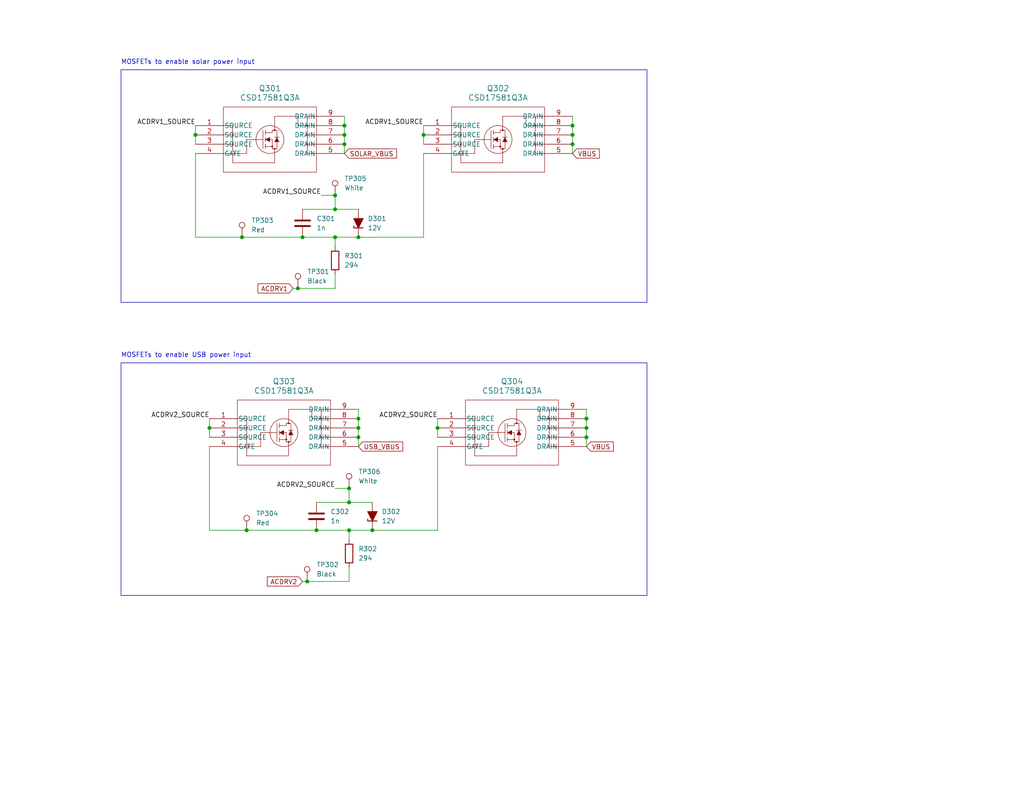
<source format=kicad_sch>
(kicad_sch (version 20230121) (generator eeschema)
  (paper "USLetter")
  (lib_symbols
    (symbol "Connector:TestPoint" (pin_numbers hide) (pin_names (offset 0.762) hide)
      (property "Reference" "TP" (at 0 6.858 0))
      (property "Value" "TestPoint" (at 0 5.08 0))
      (symbol "TestPoint_0_1"
        (circle (center 0 3.302) (radius 0.762))
      )
      (symbol "TestPoint_1_1"
        (pin passive line (at 0 0 90) (length 2.54) (name "1") (number "1"))
      )
    )
    (symbol "Device:C" (pin_numbers hide) (pin_names (offset 0.254))
      (property "Reference" "C" (at 0.635 2.54 0))
      (property "Value" "C" (at 0.635 -2.54 0))
      (symbol "C_0_1"
        (polyline (pts (xy -2.032 -0.762) (xy 2.032 -0.762)) (stroke (width 0.508)))
        (polyline (pts (xy -2.032 0.762) (xy 2.032 0.762)) (stroke (width 0.508)))
      )
      (symbol "C_1_1"
        (pin passive line (at 0 3.81 270) (length 2.794) (name "~") (number "1"))
        (pin passive line (at 0 -3.81 90) (length 2.794) (name "~") (number "2"))
      )
    )
    (symbol "Device:D_Zener_Filled" (pin_numbers hide) (pin_names (offset 1.016) hide)
      (property "Reference" "D" (at 0 2.54 0))
      (property "Value" "D_Zener_Filled" (at 0 -2.54 0))
      (symbol "D_Zener_Filled_0_1"
        (polyline (pts (xy 1.27 0) (xy -1.27 0)))
        (polyline (pts (xy -1.27 -1.27) (xy -1.27 1.27) (xy -0.762 1.27)) (stroke (width 0.254)))
        (polyline (pts (xy 1.27 -1.27) (xy 1.27 1.27) (xy -1.27 0) (xy 1.27 -1.27)) (stroke (width 0.254)) (fill (type outline)))
      )
      (symbol "D_Zener_Filled_1_1"
        (pin passive line (at -3.81 0 0) (length 2.54) (name "K") (number "1"))
        (pin passive line (at 3.81 0 180) (length 2.54) (name "A") (number "2"))
      )
    )
    (symbol "Device:R" (pin_numbers hide) (pin_names (offset 0))
      (property "Reference" "R" (at 2.032 0 90))
      (property "Value" "R" (at 0 0 90))
      (symbol "R_0_1"
        (rectangle (start -1.016 -2.54) (end 1.016 2.54) (stroke (width 0.254)))
      )
      (symbol "R_1_1"
        (pin passive line (at 0 3.81 270) (length 1.27) (name "~") (number "1"))
        (pin passive line (at 0 -3.81 90) (length 1.27) (name "~") (number "2"))
      )
    )
    (symbol "TI CSD17581Q3A:CSD17581Q3A" (pin_names (offset 0.254))
      (property "Reference" "Q" (at 20.32 10.16 0))
      (property "Value" "CSD17581Q3A" (at 20.32 7.62 0))
      (symbol "CSD17581Q3A_0_1"
        (polyline (pts (xy 7.62 -12.7) (xy 33.02 -12.7)) (stroke (width 0.127)))
        (polyline (pts (xy 7.62 -7.62) (xy 13.97 -7.62)) (stroke (width 0.127)))
        (polyline (pts (xy 7.62 -5.08) (xy 10.16 -5.08)) (stroke (width 0.127)))
        (polyline (pts (xy 7.62 -2.54) (xy 10.16 -2.54)) (stroke (width 0.127)))
        (polyline (pts (xy 7.62 0) (xy 10.16 0)) (stroke (width 0.127)))
        (polyline (pts (xy 7.62 5.08) (xy 7.62 -12.7)) (stroke (width 0.127)))
        (polyline (pts (xy 10.16 -10.16) (xy 21.59 -10.16)) (stroke (width 0.127)))
        (polyline (pts (xy 10.16 -8.128) (xy 10.16 -10.16)) (stroke (width 0.127)))
        (polyline (pts (xy 10.16 0) (xy 10.16 -7.112)) (stroke (width 0.127)))
        (polyline (pts (xy 13.97 -7.62) (xy 13.97 -3.81)) (stroke (width 0.127)))
        (polyline (pts (xy 13.97 -3.81) (xy 18.415 -3.81)) (stroke (width 0.127)))
        (polyline (pts (xy 18.415 -6.35) (xy 18.415 -1.27)) (stroke (width 0.127)))
        (polyline (pts (xy 19.05 -6.35) (xy 19.05 -5.08)) (stroke (width 0.127)))
        (polyline (pts (xy 19.05 -5.715) (xy 20.955 -5.715)) (stroke (width 0.127)))
        (polyline (pts (xy 19.05 -4.445) (xy 19.05 -3.175)) (stroke (width 0.127)))
        (polyline (pts (xy 19.05 -2.54) (xy 19.05 -1.27)) (stroke (width 0.127)))
        (polyline (pts (xy 19.05 -1.905) (xy 20.955 -1.905)) (stroke (width 0.127)))
        (polyline (pts (xy 20.32 -3.81) (xy 20.955 -3.81)) (stroke (width 0.127)))
        (polyline (pts (xy 20.955 -6.35) (xy 20.955 -3.81)) (stroke (width 0.127)))
        (polyline (pts (xy 20.955 -6.35) (xy 22.225 -6.35)) (stroke (width 0.127)))
        (polyline (pts (xy 20.955 -1.905) (xy 20.955 -1.27)) (stroke (width 0.127)))
        (polyline (pts (xy 20.955 -1.27) (xy 22.225 -1.27)) (stroke (width 0.127)))
        (polyline (pts (xy 21.59 -10.16) (xy 21.59 -6.35)) (stroke (width 0.127)))
        (polyline (pts (xy 21.59 2.54) (xy 21.59 -1.27)) (stroke (width 0.127)))
        (polyline (pts (xy 22.225 -6.35) (xy 22.225 -4.445)) (stroke (width 0.127)))
        (polyline (pts (xy 22.225 -3.175) (xy 22.225 -1.27)) (stroke (width 0.127)))
        (polyline (pts (xy 22.86 -3.175) (xy 21.59 -3.175)) (stroke (width 0.127)))
        (polyline (pts (xy 27.94 0) (xy 27.94 2.54)) (stroke (width 0.127)))
        (polyline (pts (xy 27.94 2.54) (xy 21.59 2.54)) (stroke (width 0.127)))
        (polyline (pts (xy 30.48 -7.62) (xy 30.48 0)) (stroke (width 0.127)))
        (polyline (pts (xy 30.48 0) (xy 30.48 2.54)) (stroke (width 0.127)))
        (polyline (pts (xy 30.48 2.54) (xy 33.02 2.54)) (stroke (width 0.127)))
        (polyline (pts (xy 33.02 -12.7) (xy 33.02 5.08)) (stroke (width 0.127)))
        (polyline (pts (xy 33.02 -7.62) (xy 30.48 -7.62)) (stroke (width 0.127)))
        (polyline (pts (xy 33.02 -5.08) (xy 30.48 -5.08)) (stroke (width 0.127)))
        (polyline (pts (xy 33.02 -2.54) (xy 30.48 -2.54)) (stroke (width 0.127)))
        (polyline (pts (xy 33.02 0) (xy 27.94 0)) (stroke (width 0.127)))
        (polyline (pts (xy 33.02 5.08) (xy 7.62 5.08)) (stroke (width 0.127)))
        (polyline (pts (xy 20.32 -3.175) (xy 19.05 -3.81) (xy 20.32 -4.445)) (stroke (width 0.0254)) (fill (type outline)))
        (polyline (pts (xy 22.86 -4.445) (xy 21.59 -4.445) (xy 22.225 -3.175)) (stroke (width 0.0254)) (fill (type outline)))
        (arc (start 10.16 -8.128) (mid 10.6658 -7.62) (end 10.16 -7.112) (stroke (width 0.127)))
        (circle (center 10.16 -5.08) (radius 0.127) (stroke (width 0.254)))
        (circle (center 10.16 -2.54) (radius 0.127) (stroke (width 0.254)))
        (circle (center 20.32 -3.81) (radius 3.81) (stroke (width 0.127)))
        (circle (center 20.955 -5.715) (radius 0.127) (stroke (width 0.254)))
        (circle (center 21.59 -6.35) (radius 0.127) (stroke (width 0.254)))
        (circle (center 21.59 -1.27) (radius 0.127) (stroke (width 0.254)))
        (circle (center 30.48 -5.08) (radius 0.127) (stroke (width 0.254)))
        (circle (center 30.48 -2.54) (radius 0.127) (stroke (width 0.254)))
        (circle (center 30.48 0) (radius 0.127) (stroke (width 0.254)))
      )
      (symbol "CSD17581Q3A_1_1"
        (pin passive line (at 0 0 0) (length 7.62) (name "SOURCE") (number "1"))
        (pin passive line (at 0 -2.54 0) (length 7.62) (name "SOURCE") (number "2"))
        (pin passive line (at 0 -5.08 0) (length 7.62) (name "SOURCE") (number "3"))
        (pin passive line (at 0 -7.62 0) (length 7.62) (name "GATE") (number "4"))
        (pin passive line (at 40.64 -7.62 180) (length 7.62) (name "DRAIN") (number "5"))
        (pin passive line (at 40.64 -5.08 180) (length 7.62) (name "DRAIN") (number "6"))
        (pin passive line (at 40.64 -2.54 180) (length 7.62) (name "DRAIN") (number "7"))
        (pin passive line (at 40.64 0 180) (length 7.62) (name "DRAIN") (number "8"))
        (pin passive line (at 40.64 2.54 180) (length 7.62) (name "DRAIN") (number "9"))
      )
    )
  )
  (junction (at 95.25 137.16))
  (junction (at 97.79 119.38))
  (junction (at 119.38 116.84))
  (junction (at 101.6 144.78))
  (junction (at 82.55 64.77))
  (junction (at 156.21 34.29))
  (junction (at 91.44 53.34))
  (junction (at 97.79 64.77))
  (junction (at 66.04 64.77))
  (junction (at 91.44 64.77))
  (junction (at 160.02 116.84))
  (junction (at 81.28 78.74))
  (junction (at 156.21 39.37))
  (junction (at 160.02 119.38))
  (junction (at 86.36 144.78))
  (junction (at 97.79 114.3))
  (junction (at 83.82 158.75))
  (junction (at 93.98 36.83))
  (junction (at 115.57 36.83))
  (junction (at 95.25 133.35))
  (junction (at 95.25 144.78))
  (junction (at 156.21 36.83))
  (junction (at 57.15 116.84))
  (junction (at 91.44 57.15))
  (junction (at 160.02 114.3))
  (junction (at 93.98 39.37))
  (junction (at 97.79 116.84))
  (junction (at 53.34 36.83))
  (junction (at 93.98 34.29))
  (junction (at 67.31 144.78))
  (wire (pts (xy 87.63 53.34) (xy 91.44 53.34)))
  (wire (pts (xy 93.98 39.37) (xy 93.98 41.91)))
  (wire (pts (xy 160.02 119.38) (xy 160.02 121.92)))
  (wire (pts (xy 93.98 34.29) (xy 93.98 36.83)))
  (wire (pts (xy 95.25 144.78) (xy 101.6 144.78)))
  (wire (pts (xy 156.21 36.83) (xy 156.21 39.37)))
  (wire (pts (xy 82.55 64.77) (xy 91.44 64.77)))
  (wire (pts (xy 97.79 119.38) (xy 97.79 121.92)))
  (wire (pts (xy 57.15 116.84) (xy 57.15 119.38)))
  (wire (pts (xy 95.25 133.35) (xy 95.25 137.16)))
  (wire (pts (xy 91.44 64.77) (xy 91.44 67.31)))
  (wire (pts (xy 115.57 64.77) (xy 115.57 41.91)))
  (wire (pts (xy 66.04 64.77) (xy 82.55 64.77)))
  (wire (pts (xy 83.82 158.75) (xy 95.25 158.75)))
  (wire (pts (xy 160.02 116.84) (xy 160.02 119.38)))
  (wire (pts (xy 57.15 144.78) (xy 67.31 144.78)))
  (wire (pts (xy 160.02 111.76) (xy 160.02 114.3)))
  (wire (pts (xy 53.34 36.83) (xy 53.34 39.37)))
  (wire (pts (xy 160.02 114.3) (xy 160.02 116.84)))
  (wire (pts (xy 93.98 31.75) (xy 93.98 34.29)))
  (wire (pts (xy 91.44 57.15) (xy 97.79 57.15)))
  (wire (pts (xy 57.15 114.3) (xy 57.15 116.84)))
  (wire (pts (xy 156.21 39.37) (xy 156.21 41.91)))
  (wire (pts (xy 101.6 144.78) (xy 119.38 144.78)))
  (wire (pts (xy 119.38 116.84) (xy 119.38 119.38)))
  (wire (pts (xy 97.79 116.84) (xy 97.79 119.38)))
  (wire (pts (xy 95.25 158.75) (xy 95.25 154.94)))
  (wire (pts (xy 95.25 137.16) (xy 101.6 137.16)))
  (wire (pts (xy 67.31 144.78) (xy 86.36 144.78)))
  (wire (pts (xy 53.34 34.29) (xy 53.34 36.83)))
  (wire (pts (xy 97.79 114.3) (xy 97.79 116.84)))
  (wire (pts (xy 156.21 31.75) (xy 156.21 34.29)))
  (wire (pts (xy 53.34 64.77) (xy 66.04 64.77)))
  (wire (pts (xy 119.38 144.78) (xy 119.38 121.92)))
  (wire (pts (xy 86.36 144.78) (xy 95.25 144.78)))
  (wire (pts (xy 115.57 34.29) (xy 115.57 36.83)))
  (wire (pts (xy 91.44 78.74) (xy 91.44 74.93)))
  (wire (pts (xy 93.98 36.83) (xy 93.98 39.37)))
  (wire (pts (xy 97.79 64.77) (xy 115.57 64.77)))
  (wire (pts (xy 91.44 64.77) (xy 97.79 64.77)))
  (wire (pts (xy 82.55 57.15) (xy 91.44 57.15)))
  (wire (pts (xy 91.44 53.34) (xy 91.44 57.15)))
  (wire (pts (xy 57.15 121.92) (xy 57.15 144.78)))
  (wire (pts (xy 95.25 144.78) (xy 95.25 147.32)))
  (wire (pts (xy 81.28 78.74) (xy 91.44 78.74)))
  (wire (pts (xy 156.21 34.29) (xy 156.21 36.83)))
  (wire (pts (xy 97.79 111.76) (xy 97.79 114.3)))
  (wire (pts (xy 80.01 78.74) (xy 81.28 78.74)))
  (wire (pts (xy 91.44 133.35) (xy 95.25 133.35)))
  (wire (pts (xy 86.36 137.16) (xy 95.25 137.16)))
  (wire (pts (xy 119.38 114.3) (xy 119.38 116.84)))
  (wire (pts (xy 53.34 41.91) (xy 53.34 64.77)))
  (wire (pts (xy 82.55 158.75) (xy 83.82 158.75)))
  (wire (pts (xy 115.57 36.83) (xy 115.57 39.37)))
  (rectangle (start 33.02 99.06) (end 176.53 162.56))
  (rectangle (start 33.02 19.05) (end 176.53 82.55))
  (text "MOSFETs to enable USB power input" (at 33.02 97.79 0) (effects (font (size 1.27 1.27)) (justify left bottom)))
  (text "MOSFETs to enable solar power input" (at 33.02 17.78 0) (effects (font (size 1.27 1.27)) (justify left bottom)))
  (label "ACDRV1_SOURCE" (at 115.57 34.29 180))
  (label "ACDRV2_SOURCE" (at 57.15 114.3 180))
  (label "ACDRV1_SOURCE" (at 53.34 34.29 180))
  (label "ACDRV2_SOURCE" (at 119.38 114.3 180))
  (label "ACDRV2_SOURCE" (at 91.44 133.35 180))
  (label "ACDRV1_SOURCE" (at 87.63 53.34 180))
  (global_label "ACDRV1" (shape input) (at 80.01 78.74 180) (property "Intersheetrefs" "${INTERSHEET_REFS}" (effects hide)))
  (global_label "VBUS" (shape input) (at 160.02 121.92 0) (property "Intersheetrefs" "${INTERSHEET_REFS}" (effects hide)))
  (global_label "USB_VBUS" (shape input) (at 97.79 121.92 0) (property "Intersheetrefs" "${INTERSHEET_REFS}" (effects hide)))
  (global_label "VBUS" (shape input) (at 156.21 41.91 0) (property "Intersheetrefs" "${INTERSHEET_REFS}" (effects hide)))
  (global_label "ACDRV2" (shape input) (at 82.55 158.75 180) (property "Intersheetrefs" "${INTERSHEET_REFS}" (effects hide)))
  (global_label "SOLAR_VBUS" (shape input) (at 93.98 41.91 0) (property "Intersheetrefs" "${INTERSHEET_REFS}" (effects hide)))
  (symbol (lib_id "Device:D_Zener_Filled") (at 97.79 60.96 90) (unit 1)
    (property "Reference" "D301" (at 100.33 59.69 90) (effects (justify right)))
    (property "Value" "12V" (at 100.33 62.23 90) (effects (justify right)))
    (property "Footprint" "Diode_SMD:D_SOD-523" (effects hide))
    (property "Manufacturer Part Number" "BZT52C12T-7" (effects hide))
    (property "Manufacturer" "Diodes Incorporated" (effects hide))
    (property "MPN" "C507911" (effects hide))
    (property "Active" "Y" (effects hide))
  )
  (symbol (lib_id "Connector:TestPoint") (at 95.25 133.35 0) (unit 1)
    (property "Reference" "TP306" (at 97.79 128.778 0) (effects (justify left)))
    (property "Value" "White" (at 97.79 131.318 0) (effects (justify left)))
    (property "Footprint" "TestPoint:TestPoint_Keystone_5000-5004_Miniature" (effects hide))
    (property "MPN" "C238123" (effects hide))
    (property "Manufacturer" "Keystone" (effects hide))
    (property "Manufacturer Part Number" "5002" (effects hide))
    (property "Active" "Y" (effects hide))
  )
  (symbol (lib_id "Connector:TestPoint") (at 91.44 53.34 0) (unit 1)
    (property "Reference" "TP305" (at 93.98 48.768 0) (effects (justify left)))
    (property "Value" "White" (at 93.98 51.308 0) (effects (justify left)))
    (property "Footprint" "TestPoint:TestPoint_Keystone_5000-5004_Miniature" (effects hide))
    (property "MPN" "C238123" (effects hide))
    (property "Manufacturer" "Keystone" (effects hide))
    (property "Manufacturer Part Number" "5002" (effects hide))
    (property "Active" "Y" (effects hide))
  )
  (symbol (lib_id "TI CSD17581Q3A:CSD17581Q3A") (at 119.38 114.3 0) (unit 1)
    (property "Reference" "Q304" (at 139.7 104.14 0) (effects (font (size 1.524 1.524))))
    (property "Value" "CSD17581Q3A" (at 139.7 106.68 0) (effects (font (size 1.524 1.524))))
    (property "Footprint" "footprints:Q3A_TEX" (effects hide))
    (property "Datasheet" "CSD17581Q3A" (effects hide))
    (property "Designed Manufacturer" "TEXAS INSTRUMENTS" (effects hide))
    (property "Designed Part Number" "CSD17581Q3A" (effects hide))
    (property "MPN" "C2866708" (effects hide))
    (property "Manufacturer" "TEXAS INSTRUMENTS" (effects hide))
    (property "Manufacturer Part Number" "CSD17581Q3AT" (effects hide))
    (property "Active" "Y" (effects hide))
  )
  (symbol (lib_id "TI CSD17581Q3A:CSD17581Q3A") (at 53.34 34.29 0) (unit 1)
    (property "Reference" "Q301" (at 73.66 24.13 0) (effects (font (size 1.524 1.524))))
    (property "Value" "CSD17581Q3A" (at 73.66 26.67 0) (effects (font (size 1.524 1.524))))
    (property "Footprint" "footprints:Q3A_TEX" (effects hide))
    (property "Datasheet" "CSD17581Q3A" (effects hide))
    (property "Designed Manufacturer" "TEXAS INSTRUMENTS" (effects hide))
    (property "Designed Part Number" "CSD17581Q3A" (effects hide))
    (property "MPN" "C2866708" (effects hide))
    (property "Manufacturer" "TEXAS INSTRUMENTS" (effects hide))
    (property "Manufacturer Part Number" "CSD17581Q3AT" (effects hide))
    (property "Active" "Y" (effects hide))
  )
  (symbol (lib_id "Connector:TestPoint") (at 67.31 144.78 0) (unit 1)
    (property "Reference" "TP304" (at 69.85 140.208 0) (effects (justify left)))
    (property "Value" "Red" (at 69.85 142.748 0) (effects (justify left)))
    (property "Footprint" "TestPoint:TestPoint_Keystone_5000-5004_Miniature" (effects hide))
    (property "MPN" "C5199900" (effects hide))
    (property "Manufacturer" "Keystone" (effects hide))
    (property "Manufacturer Part Number" "5000" (effects hide))
    (property "Active" "Y" (effects hide))
  )
  (symbol (lib_id "Connector:TestPoint") (at 83.82 158.75 0) (unit 1)
    (property "Reference" "TP302" (at 86.36 154.178 0) (effects (justify left)))
    (property "Value" "Black" (at 86.36 156.718 0) (effects (justify left)))
    (property "Footprint" "TestPoint:TestPoint_Keystone_5000-5004_Miniature" (effects hide))
    (property "Active" "Y" (effects hide))
    (property "MPN" "C238122" (effects hide))
    (property "Manufacturer" "Keystone" (effects hide))
    (property "Manufacturer Part Number" "5001" (effects hide))
  )
  (symbol (lib_id "Device:C") (at 86.36 140.97 0) (unit 1)
    (property "Reference" "C302" (at 90.17 139.7 0) (effects (justify left)))
    (property "Value" "1n" (at 90.17 142.24 0) (effects (justify left)))
    (property "Footprint" "Capacitor_SMD:C_0402_1005Metric" (effects hide))
    (property "Manufacturer Part Number" "GRM1555C1H102JA01D" (effects hide))
    (property "Manufacturer" "Murata Electronics" (effects hide))
    (property "Designed Manufacturer" "Murata Electronics" (effects hide))
    (property "Designed Part Number" "GRM1555C1H102FA01D" (effects hide))
    (property "MPN" "C76947" (effects hide))
    (property "Active" "Y" (effects hide))
  )
  (symbol (lib_id "Device:D_Zener_Filled") (at 101.6 140.97 90) (unit 1)
    (property "Reference" "D302" (at 104.14 139.7 90) (effects (justify right)))
    (property "Value" "12V" (at 104.14 142.24 90) (effects (justify right)))
    (property "Footprint" "Diode_SMD:D_SOD-523" (effects hide))
    (property "Manufacturer Part Number" "BZT52C12T-7" (effects hide))
    (property "Manufacturer" "Diodes Incorporated" (effects hide))
    (property "MPN" "C507911" (effects hide))
    (property "Active" "Y" (effects hide))
  )
  (symbol (lib_id "Connector:TestPoint") (at 81.28 78.74 0) (unit 1)
    (property "Reference" "TP301" (at 83.82 74.168 0) (effects (justify left)))
    (property "Value" "Black" (at 83.82 76.708 0) (effects (justify left)))
    (property "Footprint" "TestPoint:TestPoint_Keystone_5000-5004_Miniature" (effects hide))
    (property "MPN" "C238122" (effects hide))
    (property "Manufacturer" "Keystone" (effects hide))
    (property "Manufacturer Part Number" "5001" (effects hide))
    (property "Active" "Y" (effects hide))
  )
  (symbol (lib_id "TI CSD17581Q3A:CSD17581Q3A") (at 57.15 114.3 0) (unit 1)
    (property "Reference" "Q303" (at 77.47 104.14 0) (effects (font (size 1.524 1.524))))
    (property "Value" "CSD17581Q3A" (at 77.47 106.68 0) (effects (font (size 1.524 1.524))))
    (property "Footprint" "footprints:Q3A_TEX" (effects hide))
    (property "Datasheet" "CSD17581Q3A" (effects hide))
    (property "Designed Manufacturer" "TEXAS INSTRUMENTS" (effects hide))
    (property "Designed Part Number" "CSD17581Q3A" (effects hide))
    (property "MPN" "C2866708" (effects hide))
    (property "Manufacturer" "TEXAS INSTRUMENTS" (effects hide))
    (property "Manufacturer Part Number" "CSD17581Q3AT" (effects hide))
    (property "Active" "Y" (effects hide))
  )
  (symbol (lib_id "Device:C") (at 82.55 60.96 0) (unit 1)
    (property "Reference" "C301" (at 86.36 59.69 0) (effects (justify left)))
    (property "Value" "1n" (at 86.36 62.23 0) (effects (justify left)))
    (property "Footprint" "Capacitor_SMD:C_0402_1005Metric" (effects hide))
    (property "Manufacturer Part Number" "GRM1555C1H102JA01D" (effects hide))
    (property "Manufacturer" "Murata Electronics" (effects hide))
    (property "Designed Manufacturer" "Murata Electronics" (effects hide))
    (property "Designed Part Number" "GRM1555C1H102FA01D" (effects hide))
    (property "MPN" "C76947" (effects hide))
    (property "Active" "Y" (effects hide))
  )
  (symbol (lib_id "Device:R") (at 95.25 151.13 0) (unit 1)
    (property "Reference" "R302" (at 97.79 149.86 0) (effects (justify left)))
    (property "Value" "294" (at 97.79 152.4 0) (effects (justify left)))
    (property "Footprint" "Resistor_SMD:R_0603_1608Metric" (effects hide))
    (property "Manufacturer Part Number" "ERJ3EKF2940V" (effects hide))
    (property "Manufacturer" "PANASONIC" (effects hide))
    (property "Designed Manufacturer" "Vishay-Dale" (effects hide))
    (property "Designed Part Number" "CRCW0603294RFKEA" (effects hide))
    (property "MPN" "C403139" (effects hide))
  )
  (symbol (lib_id "TI CSD17581Q3A:CSD17581Q3A") (at 115.57 34.29 0) (unit 1)
    (property "Reference" "Q302" (at 135.89 24.13 0) (effects (font (size 1.524 1.524))))
    (property "Value" "CSD17581Q3A" (at 135.89 26.67 0) (effects (font (size 1.524 1.524))))
    (property "Footprint" "footprints:Q3A_TEX" (effects hide))
    (property "Datasheet" "CSD17581Q3A" (effects hide))
    (property "Designed Manufacturer" "TEXAS INSTRUMENTS" (effects hide))
    (property "Designed Part Number" "CSD17581Q3A" (effects hide))
    (property "MPN" "C2866708" (effects hide))
    (property "Manufacturer" "TEXAS INSTRUMENTS" (effects hide))
    (property "Manufacturer Part Number" "CSD17581Q3AT" (effects hide))
    (property "Active" "Y" (effects hide))
  )
  (symbol (lib_id "Connector:TestPoint") (at 66.04 64.77 0) (unit 1)
    (property "Reference" "TP303" (at 68.58 60.198 0) (effects (justify left)))
    (property "Value" "Red" (at 68.58 62.738 0) (effects (justify left)))
    (property "Footprint" "TestPoint:TestPoint_Keystone_5000-5004_Miniature" (effects hide))
    (property "MPN" "C5199900" (effects hide))
    (property "Manufacturer" "Keystone" (effects hide))
    (property "Manufacturer Part Number" "5000" (effects hide))
    (property "Active" "Y" (effects hide))
  )
  (symbol (lib_id "Device:R") (at 91.44 71.12 0) (unit 1)
    (property "Reference" "R301" (at 93.98 69.85 0) (effects (justify left)))
    (property "Value" "294" (at 93.98 72.39 0) (effects (justify left)))
    (property "Footprint" "Resistor_SMD:R_0603_1608Metric" (effects hide))
    (property "Manufacturer Part Number" "ERJ3EKF2940V" (effects hide))
    (property "Manufacturer" "PANASONIC" (effects hide))
    (property "Designed Manufacturer" "Vishay-Dale" (effects hide))
    (property "Designed Part Number" "CRCW0603294RFKEA" (effects hide))
    (property "MPN" "C403139" (effects hide))
  )
)
</source>
